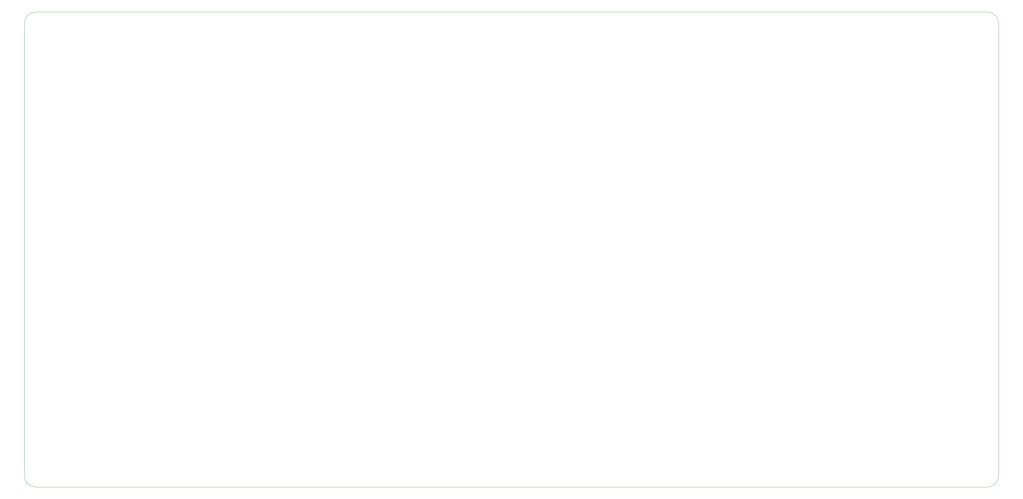
<source format=gbr>
%TF.GenerationSoftware,KiCad,Pcbnew,(5.1.10)-1*%
%TF.CreationDate,2021-06-02T05:43:55-04:00*%
%TF.ProjectId,pi75-plate-back,70693735-2d70-46c6-9174-652d6261636b,rev?*%
%TF.SameCoordinates,Original*%
%TF.FileFunction,Profile,NP*%
%FSLAX46Y46*%
G04 Gerber Fmt 4.6, Leading zero omitted, Abs format (unit mm)*
G04 Created by KiCad (PCBNEW (5.1.10)-1) date 2021-06-02 05:43:55*
%MOMM*%
%LPD*%
G01*
G04 APERTURE LIST*
%TA.AperFunction,Profile*%
%ADD10C,0.050000*%
%TD*%
G04 APERTURE END LIST*
D10*
X297815000Y-5600700D02*
X-12065000Y-5600700D01*
X297815000Y-5600700D02*
G75*
G02*
X301625000Y-9410700I0J-3810000D01*
G01*
X301625000Y-156730700D02*
G75*
G02*
X297815000Y-160540700I-3810000J0D01*
G01*
X-12065000Y-160540700D02*
G75*
G02*
X-15875000Y-156730700I0J3810000D01*
G01*
X297815000Y-160540700D02*
X-12065000Y-160540700D01*
X-15875000Y-9410700D02*
X-15875000Y-156730700D01*
X-15875000Y-9410700D02*
G75*
G02*
X-12065000Y-5600700I3810000J0D01*
G01*
X301625000Y-9410700D02*
X301625000Y-156730700D01*
M02*

</source>
